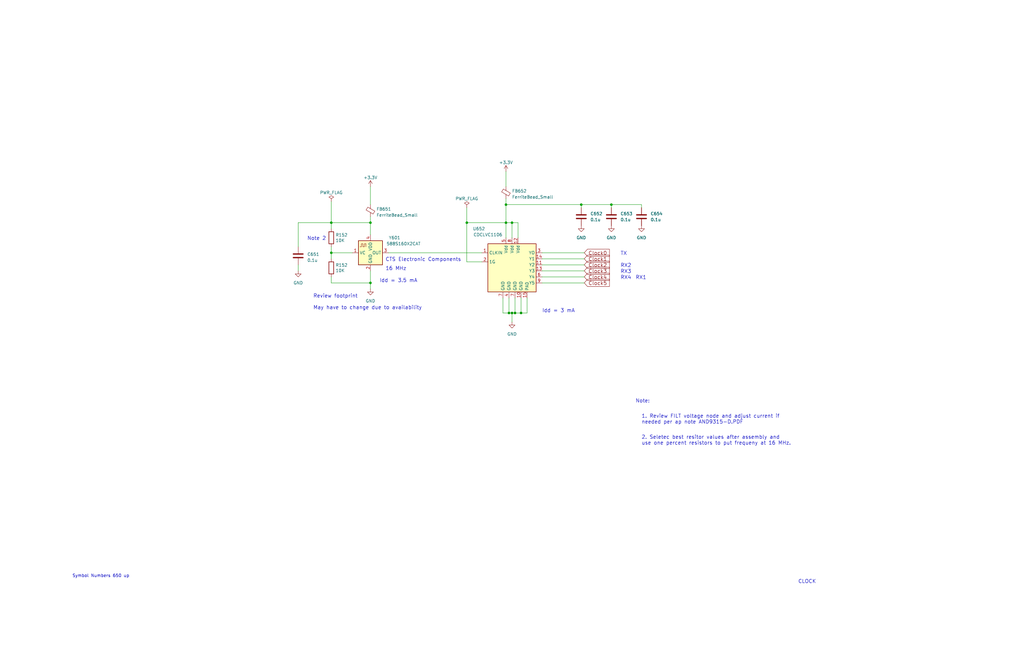
<source format=kicad_sch>
(kicad_sch (version 20230121) (generator eeschema)
  (paper "USLedger")
  (title_block (title "Radiation Tolerant PacSat Communication") (date "2023-06-17") (rev "A") (company "AMSAT-NA") (comment 1 "N5BRG"))
  (lib_symbols
    (symbol "Device:C" (pin_numbers hide) (pin_names (offset 0.254))
      (property "Reference" "C" (at 0.635 2.54 0))
      (property "Value" "C" (at 0.635 -2.54 0))
      (symbol "C_0_1"
        (polyline (pts (xy -2.032 -0.762) (xy 2.032 -0.762)) (stroke (width 0.508)))
        (polyline (pts (xy -2.032 0.762) (xy 2.032 0.762)) (stroke (width 0.508)))
      )
      (symbol "C_1_1"
        (pin passive line (at 0 3.81 270) (length 2.794) (name "~") (number "1"))
        (pin passive line (at 0 -3.81 90) (length 2.794) (name "~") (number "2"))
      )
    )
    (symbol "Device:FerriteBead_Small" (pin_numbers hide) (pin_names (offset 0))
      (property "Reference" "FB" (at 1.905 1.27 0))
      (property "Value" "FerriteBead_Small" (at 1.905 -1.27 0))
      (symbol "FerriteBead_Small_0_1"
        (polyline (pts (xy 0 -1.27) (xy 0 -0.7874)))
        (polyline (pts (xy 0 0.889) (xy 0 1.2954)))
        (polyline (pts (xy -1.8288 0.2794) (xy -1.1176 1.4986) (xy 1.8288 -0.2032) (xy 1.1176 -1.4224) (xy -1.8288 0.2794)))
      )
      (symbol "FerriteBead_Small_1_1"
        (pin passive line (at 0 2.54 270) (length 1.27) (name "~") (number "1"))
        (pin passive line (at 0 -2.54 90) (length 1.27) (name "~") (number "2"))
      )
    )
    (symbol "Device:R" (pin_numbers hide) (pin_names (offset 0))
      (property "Reference" "R" (at 2.032 0 90))
      (property "Value" "R" (at 0 0 90))
      (symbol "R_0_1"
        (rectangle (start -1.016 -2.54) (end 1.016 2.54) (stroke (width 0.254)))
      )
      (symbol "R_1_1"
        (pin passive line (at 0 3.81 270) (length 1.27) (name "~") (number "1"))
        (pin passive line (at 0 -3.81 90) (length 1.27) (name "~") (number "2"))
      )
    )
    (symbol "Oscillator:FT5HV"
      (property "Reference" "U" (at 5.08 11.43 0))
      (property "Value" "FT5HV" (at 6.35 8.89 0))
      (symbol "FT5HV_0_1"
        (rectangle (start -5.08 5.08) (end 5.08 -5.08) (stroke (width 0.254)) (fill (type background)))
        (polyline (pts (xy -4.445 2.54) (xy -3.81 2.54) (xy -3.81 3.81) (xy -3.175 3.81) (xy -3.175 2.54) (xy -2.54 2.54) (xy -2.54 3.81) (xy -1.905 3.81) (xy -1.905 2.54)))
      )
      (symbol "FT5HV_1_1"
        (pin input line (at -7.62 0 0) (length 2.54) (name "VC") (number "1"))
        (pin power_in line (at 0 -7.62 90) (length 2.54) (name "GND") (number "2"))
        (pin output line (at 7.62 0 180) (length 2.54) (name "OUT") (number "3"))
        (pin power_in line (at 0 7.62 270) (length 2.54) (name "VDD") (number "4"))
      )
    )
    (symbol "PACSAT_ICs:CDCLVP1106"
      (property "Reference" "U652" (at -13.97 16.51 0))
      (property "Value" "CDCLVC1106" (at -10.16 13.97 0))
      (symbol "CDCLVP1106_0_0"
        (pin input line (at -12.7 6.35 0) (length 2.54) (name "CLKIN") (number "1"))
        (pin power_in line (at 3.81 -12.7 90) (length 2.54) (name "GND") (number "10"))
        (pin output line (at 12.7 1.27 180) (length 2.54) (name "Y2") (number "11"))
        (pin power_in line (at 2.54 12.7 270) (length 2.54) (name "Vdd") (number "12"))
        (pin output line (at 12.7 -1.27 180) (length 2.54) (name "Y3") (number "13"))
        (pin output line (at 12.7 3.81 180) (length 2.54) (name "Y1") (number "14"))
        (pin input line (at -12.7 2.54 0) (length 2.54) (name "1G") (number "2"))
        (pin output line (at 12.7 6.35 180) (length 2.54) (name "YO") (number "3"))
        (pin power_in line (at -1.27 -12.7 90) (length 2.54) (name "GND") (number "4"))
        (pin power_in line (at -2.54 12.7 270) (length 2.54) (name "Vdd") (number "5"))
        (pin output line (at 12.7 -3.81 180) (length 2.54) (name "Y4") (number "6"))
        (pin power_in line (at -3.81 -12.7 90) (length 2.54) (name "GND") (number "7"))
        (pin power_in line (at 1.27 -12.7 90) (length 2.54) (name "GND") (number "7"))
        (pin power_in line (at 0 12.7 270) (length 2.54) (name "Vdd") (number "8"))
        (pin output line (at 12.7 -6.35 180) (length 2.54) (name "Y5") (number "9"))
      )
      (symbol "CDCLVP1106_0_1"
        (rectangle (start -10.16 10.16) (end 10.16 -10.16) (stroke (width 0.254)) (fill (type background)))
      )
      (symbol "CDCLVP1106_1_1"
        (pin power_in line (at 6.35 -12.7 90) (length 2.54) (name "PAD") (number "15"))
      )
    )
    (symbol "power:+3.3V" (power) (pin_names (offset 0))
      (property "Value" "+3.3V" (at 0 3.556 0))
      (symbol "+3.3V_0_1"
        (polyline (pts (xy -0.762 1.27) (xy 0 2.54)))
        (polyline (pts (xy 0 0) (xy 0 2.54)))
        (polyline (pts (xy 0 2.54) (xy 0.762 1.27)))
      )
      (symbol "+3.3V_1_1"
        (pin power_in line (at 0 0 90) (length 0) hide (name "+3.3V") (number "1"))
      )
    )
    (symbol "power:GND" (power) (pin_names (offset 0))
      (property "Value" "GND" (at 0 -3.81 0))
      (symbol "GND_0_1"
        (polyline (pts (xy 0 0) (xy 0 -1.27) (xy 1.27 -1.27) (xy 0 -2.54) (xy -1.27 -1.27) (xy 0 -1.27)))
      )
      (symbol "GND_1_1"
        (pin power_in line (at 0 0 270) (length 0) hide (name "GND") (number "1"))
      )
    )
    (symbol "power:PWR_FLAG" (power) (pin_numbers hide) (pin_names (offset 0) hide)
      (property "Value" "PWR_FLAG" (at 0 3.81 0))
      (symbol "PWR_FLAG_0_0"
        (pin power_out line (at 0 0 90) (length 0) (name "pwr") (number "1"))
      )
      (symbol "PWR_FLAG_0_1"
        (polyline (pts (xy 0 0) (xy 0 1.27) (xy -1.016 1.905) (xy 0 2.54) (xy 1.016 1.905) (xy 0 1.27)))
      )
    )
  )
  (junction (at 214.63 132.08))
  (junction (at 196.85 93.98))
  (junction (at 245.11 86.36))
  (junction (at 139.7 93.98))
  (junction (at 219.71 132.08))
  (junction (at 217.17 132.08))
  (junction (at 139.7 106.68))
  (junction (at 215.9 132.08))
  (junction (at 213.36 86.36))
  (junction (at 156.21 93.98))
  (junction (at 156.21 119.38))
  (junction (at 213.36 93.98))
  (junction (at 257.81 86.36))
  (junction (at 215.9 93.98))
  (wire (pts (xy 215.9 132.08) (xy 217.17 132.08)))
  (wire (pts (xy 156.21 114.3) (xy 156.21 119.38)))
  (wire (pts (xy 228.6 114.3) (xy 246.38 114.3)))
  (wire (pts (xy 139.7 93.98) (xy 139.7 96.52)))
  (wire (pts (xy 163.83 106.68) (xy 203.2 106.68)))
  (wire (pts (xy 156.21 78.74) (xy 156.21 86.36)))
  (wire (pts (xy 214.63 132.08) (xy 215.9 132.08)))
  (wire (pts (xy 219.71 132.08) (xy 217.17 132.08)))
  (wire (pts (xy 219.71 125.73) (xy 219.71 132.08)))
  (wire (pts (xy 156.21 91.44) (xy 156.21 93.98)))
  (wire (pts (xy 139.7 106.68) (xy 148.59 106.68)))
  (wire (pts (xy 245.11 87.63) (xy 245.11 86.36)))
  (wire (pts (xy 228.6 106.68) (xy 246.38 106.68)))
  (wire (pts (xy 156.21 93.98) (xy 156.21 99.06)))
  (wire (pts (xy 257.81 87.63) (xy 257.81 86.36)))
  (wire (pts (xy 228.6 111.76) (xy 246.38 111.76)))
  (wire (pts (xy 125.73 93.98) (xy 139.7 93.98)))
  (wire (pts (xy 215.9 93.98) (xy 218.44 93.98)))
  (wire (pts (xy 139.7 116.84) (xy 139.7 119.38)))
  (wire (pts (xy 218.44 93.98) (xy 218.44 100.33)))
  (wire (pts (xy 125.73 111.76) (xy 125.73 114.3)))
  (wire (pts (xy 196.85 110.49) (xy 196.85 93.98)))
  (wire (pts (xy 219.71 132.08) (xy 222.25 132.08)))
  (wire (pts (xy 245.11 86.36) (xy 213.36 86.36)))
  (wire (pts (xy 213.36 72.39) (xy 213.36 78.74)))
  (wire (pts (xy 139.7 93.98) (xy 156.21 93.98)))
  (wire (pts (xy 228.6 119.38) (xy 246.38 119.38)))
  (wire (pts (xy 215.9 132.08) (xy 215.9 135.89)))
  (wire (pts (xy 196.85 87.63) (xy 196.85 93.98)))
  (wire (pts (xy 213.36 83.82) (xy 213.36 86.36)))
  (wire (pts (xy 257.81 86.36) (xy 270.51 86.36)))
  (wire (pts (xy 213.36 93.98) (xy 213.36 100.33)))
  (wire (pts (xy 139.7 104.14) (xy 139.7 106.68)))
  (wire (pts (xy 203.2 110.49) (xy 196.85 110.49)))
  (wire (pts (xy 139.7 119.38) (xy 156.21 119.38)))
  (wire (pts (xy 212.09 132.08) (xy 214.63 132.08)))
  (wire (pts (xy 213.36 86.36) (xy 213.36 93.98)))
  (wire (pts (xy 228.6 109.22) (xy 246.38 109.22)))
  (wire (pts (xy 139.7 85.09) (xy 139.7 93.98)))
  (wire (pts (xy 217.17 125.73) (xy 217.17 132.08)))
  (wire (pts (xy 196.85 93.98) (xy 213.36 93.98)))
  (wire (pts (xy 245.11 86.36) (xy 257.81 86.36)))
  (wire (pts (xy 270.51 87.63) (xy 270.51 86.36)))
  (wire (pts (xy 228.6 116.84) (xy 246.38 116.84)))
  (wire (pts (xy 125.73 93.98) (xy 125.73 104.14)))
  (wire (pts (xy 212.09 125.73) (xy 212.09 132.08)))
  (wire (pts (xy 215.9 93.98) (xy 215.9 100.33)))
  (wire (pts (xy 214.63 125.73) (xy 214.63 132.08)))
  (wire (pts (xy 213.36 93.98) (xy 215.9 93.98)))
  (wire (pts (xy 156.21 119.38) (xy 156.21 121.92)))
  (wire (pts (xy 139.7 106.68) (xy 139.7 109.22)))
  (wire (pts (xy 222.25 125.73) (xy 222.25 132.08)))
  (text "RX2" (at 261.62 113.03 0) (effects (font (size 1.524 1.524)) (justify left bottom)))
  (text "1. Review FILT voltage node and adjust current if\nneeded per ap note AND9315-D.PDF" (at 270.51 179.07 0) (effects (font (size 1.524 1.524)) (justify left bottom)))
  (text "CLOCK" (at 336.55 246.38 0) (effects (font (size 1.524 1.524)) (justify left bottom)))
  (text "RX1" (at 267.97 118.11 0) (effects (font (size 1.524 1.524)) (justify left bottom)))
  (text "RX3" (at 261.62 115.57 0) (effects (font (size 1.524 1.524)) (justify left bottom)))
  (text "RX4" (at 261.62 118.11 0) (effects (font (size 1.524 1.524)) (justify left bottom)))
  (text "TX" (at 261.62 107.95 0) (effects (font (size 1.524 1.524)) (justify left bottom)))
  (text "Review footprint\n\nMay have to change due to availability" (at 132.08 130.81 0) (effects (font (size 1.524 1.524)) (justify left bottom)))
  (text "CTS Electronic Components" (at 162.56 110.49 0) (effects (font (size 1.524 1.524)) (justify left bottom)))
  (text "Note:\n" (at 267.97 170.18 0) (effects (font (size 1.524 1.524)) (justify left bottom)))
  (text "Note 2" (at 129.54 101.6 0) (effects (font (size 1.524 1.524)) (justify left bottom)))
  (text "16 MHz" (at 162.56 114.3 0) (effects (font (size 1.524 1.524)) (justify left bottom)))
  (text "2. Seletec best resitor values after assembly and\nuse one percent resistors to put frequeny at 16 MHz." (at 270.51 187.96 0) (effects (font (size 1.524 1.524)) (justify left bottom)))
  (text "Idd = 3 mA" (at 228.6 132.08 0) (effects (font (size 1.524 1.524)) (justify left bottom)))
  (text "Symbol Numbers 650 up" (at 30.48 243.84 0) (effects (font (size 1.27 1.27)) (justify left bottom)))
  (text "Idd = 3.5 mA" (at 160.02 119.38 0) (effects (font (size 1.524 1.524)) (justify left bottom)))
  (global_label "Clock4" (shape input) (at 246.38 116.84 0) (effects (font (size 1.524 1.524))) (property "Intersheetrefs" "${INTERSHEET_REFS}" (effects hide)))
  (global_label "Clock3" (shape input) (at 246.38 114.3 0) (effects (font (size 1.524 1.524))) (property "Intersheetrefs" "${INTERSHEET_REFS}" (effects hide)))
  (global_label "Clock0" (shape input) (at 246.38 106.68 0) (effects (font (size 1.524 1.524))) (property "Intersheetrefs" "${INTERSHEET_REFS}" (effects hide)))
  (global_label "Clock1" (shape input) (at 246.38 109.22 0) (effects (font (size 1.524 1.524))) (property "Intersheetrefs" "${INTERSHEET_REFS}" (effects hide)))
  (global_label "Clock2" (shape input) (at 246.38 111.76 0) (effects (font (size 1.524 1.524))) (property "Intersheetrefs" "${INTERSHEET_REFS}" (effects hide)))
  (global_label "Clock5" (shape input) (at 246.38 119.38 0) (effects (font (size 1.524 1.524))) (property "Intersheetrefs" "${INTERSHEET_REFS}" (effects hide)))
  (symbol (lib_id "Device:C") (at 245.11 91.44 0) (unit 1)
    (property "Reference" "C652" (at 248.92 90.1699 0) (effects (justify left)))
    (property "Value" "0.1u" (at 248.92 92.7099 0) (effects (justify left)))
    (property "Footprint" "Capacitor_SMD:C_0603_1608Metric_Pad1.08x0.95mm_HandSolder" (effects hide))
  )
  (symbol (lib_id "power:GND") (at 215.9 135.89 0) (unit 1)
    (property "Reference" "#PWR0655" (effects hide))
    (property "Value" "GND" (at 215.9 140.97 0))
  )
  (symbol (lib_id "power:+3.3V") (at 156.21 78.74 0) (unit 1)
    (property "Reference" "#PWR0652" (effects hide))
    (property "Value" "+3.3V" (at 156.21 74.93 0))
  )
  (symbol (lib_id "Device:FerriteBead_Small") (at 156.21 88.9 0) (unit 1)
    (property "Reference" "FB651" (at 158.75 88.2269 0) (effects (justify left)))
    (property "Value" "FerriteBead_Small" (at 158.75 90.7669 0) (effects (justify left)))
    (property "Footprint" "Resistor_SMD:R_0603_1608Metric_Pad0.98x0.95mm_HandSolder" (effects hide))
  )
  (symbol (lib_id "power:GND") (at 270.51 95.25 0) (unit 1)
    (property "Reference" "#PWR0658" (effects hide))
    (property "Value" "GND" (at 270.51 100.33 0))
  )
  (symbol (lib_id "power:GND") (at 257.81 95.25 0) (unit 1)
    (property "Reference" "#PWR0657" (effects hide))
    (property "Value" "GND" (at 257.81 100.33 0))
  )
  (symbol (lib_id "power:PWR_FLAG") (at 196.85 87.63 0) (unit 1)
    (property "Reference" "#FLG095" (effects hide))
    (property "Value" "PWR_FLAG" (at 196.85 83.82 0))
  )
  (symbol (lib_id "power:PWR_FLAG") (at 139.7 85.09 0) (unit 1)
    (property "Reference" "#FLG06" (effects hide))
    (property "Value" "PWR_FLAG" (at 139.7 81.28 0))
  )
  (symbol (lib_id "power:+3.3V") (at 213.36 72.39 0) (unit 1)
    (property "Reference" "#PWR0654" (effects hide))
    (property "Value" "+3.3V" (at 213.36 68.58 0))
  )
  (symbol (lib_id "Device:R") (at 139.7 100.33 0) (unit 1)
    (property "Reference" "R152" (at 141.478 99.1616 0) (effects (justify left)))
    (property "Value" "10K" (at 141.478 101.473 0) (effects (justify left)))
    (property "Footprint" "Resistor_SMD:R_0603_1608Metric_Pad0.98x0.95mm_HandSolder" (effects hide))
    (instances (project "pACsAT_dEV_rEVc_230907" (path "" (reference "R152") (unit 1)) (path "" (reference "R651") (unit 1))))
  )
  (symbol (lib_id "power:GND") (at 245.11 95.25 0) (unit 1)
    (property "Reference" "#PWR0656" (effects hide))
    (property "Value" "GND" (at 245.11 100.33 0))
  )
  (symbol (lib_id "Device:FerriteBead_Small") (at 213.36 81.28 0) (unit 1)
    (property "Reference" "FB652" (at 215.9 80.6069 0) (effects (justify left)))
    (property "Value" "FerriteBead_Small" (at 215.9 83.1469 0) (effects (justify left)))
    (property "Footprint" "Resistor_SMD:R_0603_1608Metric_Pad0.98x0.95mm_HandSolder" (effects hide))
  )
  (symbol (lib_id "Device:C") (at 125.73 107.95 0) (unit 1)
    (property "Reference" "C651" (at 129.54 107.315 0) (effects (justify left)))
    (property "Value" "0.1u" (at 129.54 109.855 0) (effects (justify left)))
    (property "Footprint" "Capacitor_SMD:C_0603_1608Metric_Pad1.08x0.95mm_HandSolder" (effects hide))
  )
  (symbol (lib_id "Oscillator:FT5HV") (at 156.21 106.68 0) (unit 1)
    (property "Reference" "Y601" (at 166.37 100.33 0))
    (property "Value" "588S160X2CAT" (at 170.18 102.87 0))
    (property "Footprint" "PacSatDev_misc:Oscillator_SMD_CTS_4X5mm" (effects hide))
    (property "Datasheet" "https://foxonline.com/wp-content/uploads/pdfs/T5HN_T5HV.pdf" (effects hide))
  )
  (symbol (lib_id "power:GND") (at 156.21 121.92 0) (unit 1)
    (property "Reference" "#PWR0653" (effects hide))
    (property "Value" "GND" (at 156.21 127 0))
  )
  (symbol (lib_id "Device:R") (at 139.7 113.03 0) (unit 1)
    (property "Reference" "R152" (at 141.478 111.8616 0) (effects (justify left)))
    (property "Value" "10K" (at 141.478 114.173 0) (effects (justify left)))
    (property "Footprint" "Resistor_SMD:R_0603_1608Metric_Pad0.98x0.95mm_HandSolder" (effects hide))
    (instances (project "pACsAT_dEV_rEVc_230907" (path "" (reference "R152") (unit 1)) (path "" (reference "R652") (unit 1))))
  )
  (symbol (lib_id "Device:C") (at 257.81 91.44 0) (unit 1)
    (property "Reference" "C653" (at 261.62 90.1699 0) (effects (justify left)))
    (property "Value" "0.1u" (at 261.62 92.7099 0) (effects (justify left)))
    (property "Footprint" "Capacitor_SMD:C_0603_1608Metric_Pad1.08x0.95mm_HandSolder" (effects hide))
  )
  (symbol (lib_id "PACSAT_ICs:CDCLVP1106") (at 215.9 113.03 0) (unit 1)
    (property "Reference" "U652" (at 201.93 96.52 0))
    (property "Value" "CDCLVC1106" (at 205.74 99.06 0))
    (property "Footprint" "Package_SO:HTSSOP-14-1EP_4.4x5mm_P0.65mm_EP3.4x5mm_Mask3x3.1mm" (effects hide))
    (property "Datasheet" "https://www.ti.com/lit/ds/symlink/cdclvc1106.pdf?ts=1677547349892&ref_url=https%253A%252F%252Fwww.ti.com%252Fsitesearch%252Fen-us%252Fdocs%252Funiversalsearch.tsp%253FlangPref%253Den-US%2526searchTerm%253DCDCLVC1106%2526nr%253D39" (effects hide))
  )
  (symbol (lib_id "Device:C") (at 270.51 91.44 0) (unit 1)
    (property "Reference" "C654" (at 274.32 90.1699 0) (effects (justify left)))
    (property "Value" "0.1u" (at 274.32 92.7099 0) (effects (justify left)))
    (property "Footprint" "Capacitor_SMD:C_0603_1608Metric_Pad1.08x0.95mm_HandSolder" (effects hide))
  )
  (symbol (lib_id "power:GND") (at 125.73 114.3 0) (unit 1)
    (property "Reference" "#PWR0651" (effects hide))
    (property "Value" "GND" (at 125.73 119.38 0))
  )
)
</source>
